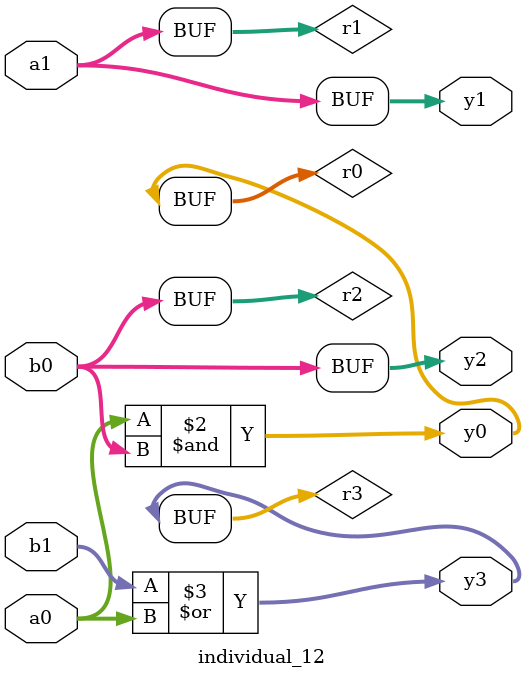
<source format=sv>
module individual_12(input logic [15:0] a1, input logic [15:0] a0, input logic [15:0] b1, input logic [15:0] b0, output logic [15:0] y3, output logic [15:0] y2, output logic [15:0] y1, output logic [15:0] y0);
logic [15:0] r0, r1, r2, r3; 
 always@(*) begin 
	 r0 = a0; r1 = a1; r2 = b0; r3 = b1; 
 	 r0  &=  r2 ;
 	 r3  |=  a0 ;
 	 y3 = r3; y2 = r2; y1 = r1; y0 = r0; 
end
endmodule
</source>
